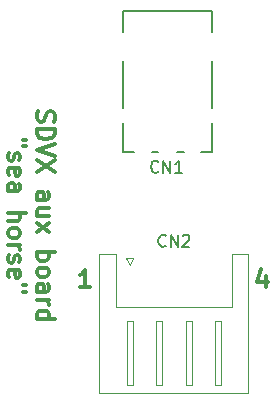
<source format=gbr>
%TF.GenerationSoftware,KiCad,Pcbnew,(6.0.8)*%
%TF.CreationDate,2023-02-07T20:12:27+01:00*%
%TF.ProjectId,SDVX-aux-board,53445658-2d61-4757-982d-626f6172642e,rev?*%
%TF.SameCoordinates,Original*%
%TF.FileFunction,Legend,Top*%
%TF.FilePolarity,Positive*%
%FSLAX46Y46*%
G04 Gerber Fmt 4.6, Leading zero omitted, Abs format (unit mm)*
G04 Created by KiCad (PCBNEW (6.0.8)) date 2023-02-07 20:12:27*
%MOMM*%
%LPD*%
G01*
G04 APERTURE LIST*
%ADD10C,0.300000*%
%ADD11C,0.150000*%
%ADD12C,0.200000*%
%ADD13C,0.120000*%
G04 APERTURE END LIST*
D10*
X127928571Y-87278571D02*
X127071428Y-87278571D01*
X127500000Y-87278571D02*
X127500000Y-85778571D01*
X127357142Y-85992857D01*
X127214285Y-86135714D01*
X127071428Y-86207142D01*
X142785714Y-86278571D02*
X142785714Y-87278571D01*
X142428571Y-85707142D02*
X142071428Y-86778571D01*
X143000000Y-86778571D01*
X123500357Y-72378571D02*
X123428928Y-72592857D01*
X123428928Y-72949999D01*
X123500357Y-73092857D01*
X123571785Y-73164285D01*
X123714642Y-73235714D01*
X123857500Y-73235714D01*
X124000357Y-73164285D01*
X124071785Y-73092857D01*
X124143214Y-72949999D01*
X124214642Y-72664285D01*
X124286071Y-72521428D01*
X124357500Y-72449999D01*
X124500357Y-72378571D01*
X124643214Y-72378571D01*
X124786071Y-72449999D01*
X124857500Y-72521428D01*
X124928928Y-72664285D01*
X124928928Y-73021428D01*
X124857500Y-73235714D01*
X123428928Y-73878571D02*
X124928928Y-73878571D01*
X124928928Y-74235714D01*
X124857500Y-74449999D01*
X124714642Y-74592857D01*
X124571785Y-74664285D01*
X124286071Y-74735714D01*
X124071785Y-74735714D01*
X123786071Y-74664285D01*
X123643214Y-74592857D01*
X123500357Y-74449999D01*
X123428928Y-74235714D01*
X123428928Y-73878571D01*
X124928928Y-75164285D02*
X123428928Y-75664285D01*
X124928928Y-76164285D01*
X124928928Y-76521428D02*
X123428928Y-77521428D01*
X124928928Y-77521428D02*
X123428928Y-76521428D01*
X123428928Y-79878571D02*
X124214642Y-79878571D01*
X124357500Y-79807142D01*
X124428928Y-79664285D01*
X124428928Y-79378571D01*
X124357500Y-79235714D01*
X123500357Y-79878571D02*
X123428928Y-79735714D01*
X123428928Y-79378571D01*
X123500357Y-79235714D01*
X123643214Y-79164285D01*
X123786071Y-79164285D01*
X123928928Y-79235714D01*
X124000357Y-79378571D01*
X124000357Y-79735714D01*
X124071785Y-79878571D01*
X124428928Y-81235714D02*
X123428928Y-81235714D01*
X124428928Y-80592857D02*
X123643214Y-80592857D01*
X123500357Y-80664285D01*
X123428928Y-80807142D01*
X123428928Y-81021428D01*
X123500357Y-81164285D01*
X123571785Y-81235714D01*
X123428928Y-81807142D02*
X124428928Y-82592857D01*
X124428928Y-81807142D02*
X123428928Y-82592857D01*
X123428928Y-84307142D02*
X124928928Y-84307142D01*
X124357500Y-84307142D02*
X124428928Y-84449999D01*
X124428928Y-84735714D01*
X124357500Y-84878571D01*
X124286071Y-84949999D01*
X124143214Y-85021428D01*
X123714642Y-85021428D01*
X123571785Y-84949999D01*
X123500357Y-84878571D01*
X123428928Y-84735714D01*
X123428928Y-84449999D01*
X123500357Y-84307142D01*
X123428928Y-85878571D02*
X123500357Y-85735714D01*
X123571785Y-85664285D01*
X123714642Y-85592857D01*
X124143214Y-85592857D01*
X124286071Y-85664285D01*
X124357500Y-85735714D01*
X124428928Y-85878571D01*
X124428928Y-86092857D01*
X124357500Y-86235714D01*
X124286071Y-86307142D01*
X124143214Y-86378571D01*
X123714642Y-86378571D01*
X123571785Y-86307142D01*
X123500357Y-86235714D01*
X123428928Y-86092857D01*
X123428928Y-85878571D01*
X123428928Y-87664285D02*
X124214642Y-87664285D01*
X124357500Y-87592857D01*
X124428928Y-87449999D01*
X124428928Y-87164285D01*
X124357500Y-87021428D01*
X123500357Y-87664285D02*
X123428928Y-87521428D01*
X123428928Y-87164285D01*
X123500357Y-87021428D01*
X123643214Y-86949999D01*
X123786071Y-86949999D01*
X123928928Y-87021428D01*
X124000357Y-87164285D01*
X124000357Y-87521428D01*
X124071785Y-87664285D01*
X123428928Y-88378571D02*
X124428928Y-88378571D01*
X124143214Y-88378571D02*
X124286071Y-88449999D01*
X124357500Y-88521428D01*
X124428928Y-88664285D01*
X124428928Y-88807142D01*
X123428928Y-89949999D02*
X124928928Y-89949999D01*
X123500357Y-89949999D02*
X123428928Y-89807142D01*
X123428928Y-89521428D01*
X123500357Y-89378571D01*
X123571785Y-89307142D01*
X123714642Y-89235714D01*
X124143214Y-89235714D01*
X124286071Y-89307142D01*
X124357500Y-89378571D01*
X124428928Y-89521428D01*
X124428928Y-89807142D01*
X124357500Y-89949999D01*
X122513928Y-74771428D02*
X122228214Y-74771428D01*
X122513928Y-75342857D02*
X122228214Y-75342857D01*
X121085357Y-75914285D02*
X121013928Y-76057142D01*
X121013928Y-76342857D01*
X121085357Y-76485714D01*
X121228214Y-76557142D01*
X121299642Y-76557142D01*
X121442500Y-76485714D01*
X121513928Y-76342857D01*
X121513928Y-76128571D01*
X121585357Y-75985714D01*
X121728214Y-75914285D01*
X121799642Y-75914285D01*
X121942500Y-75985714D01*
X122013928Y-76128571D01*
X122013928Y-76342857D01*
X121942500Y-76485714D01*
X121085357Y-77771428D02*
X121013928Y-77628571D01*
X121013928Y-77342857D01*
X121085357Y-77200000D01*
X121228214Y-77128571D01*
X121799642Y-77128571D01*
X121942500Y-77200000D01*
X122013928Y-77342857D01*
X122013928Y-77628571D01*
X121942500Y-77771428D01*
X121799642Y-77842857D01*
X121656785Y-77842857D01*
X121513928Y-77128571D01*
X121013928Y-79128571D02*
X121799642Y-79128571D01*
X121942500Y-79057142D01*
X122013928Y-78914285D01*
X122013928Y-78628571D01*
X121942500Y-78485714D01*
X121085357Y-79128571D02*
X121013928Y-78985714D01*
X121013928Y-78628571D01*
X121085357Y-78485714D01*
X121228214Y-78414285D01*
X121371071Y-78414285D01*
X121513928Y-78485714D01*
X121585357Y-78628571D01*
X121585357Y-78985714D01*
X121656785Y-79128571D01*
X121013928Y-80985714D02*
X122513928Y-80985714D01*
X121013928Y-81628571D02*
X121799642Y-81628571D01*
X121942500Y-81557142D01*
X122013928Y-81414285D01*
X122013928Y-81200000D01*
X121942500Y-81057142D01*
X121871071Y-80985714D01*
X121013928Y-82557142D02*
X121085357Y-82414285D01*
X121156785Y-82342857D01*
X121299642Y-82271428D01*
X121728214Y-82271428D01*
X121871071Y-82342857D01*
X121942500Y-82414285D01*
X122013928Y-82557142D01*
X122013928Y-82771428D01*
X121942500Y-82914285D01*
X121871071Y-82985714D01*
X121728214Y-83057142D01*
X121299642Y-83057142D01*
X121156785Y-82985714D01*
X121085357Y-82914285D01*
X121013928Y-82771428D01*
X121013928Y-82557142D01*
X121013928Y-83700000D02*
X122013928Y-83700000D01*
X121728214Y-83700000D02*
X121871071Y-83771428D01*
X121942500Y-83842857D01*
X122013928Y-83985714D01*
X122013928Y-84128571D01*
X121085357Y-84557142D02*
X121013928Y-84700000D01*
X121013928Y-84985714D01*
X121085357Y-85128571D01*
X121228214Y-85200000D01*
X121299642Y-85200000D01*
X121442500Y-85128571D01*
X121513928Y-84985714D01*
X121513928Y-84771428D01*
X121585357Y-84628571D01*
X121728214Y-84557142D01*
X121799642Y-84557142D01*
X121942500Y-84628571D01*
X122013928Y-84771428D01*
X122013928Y-84985714D01*
X121942500Y-85128571D01*
X121085357Y-86414285D02*
X121013928Y-86271428D01*
X121013928Y-85985714D01*
X121085357Y-85842857D01*
X121228214Y-85771428D01*
X121799642Y-85771428D01*
X121942500Y-85842857D01*
X122013928Y-85985714D01*
X122013928Y-86271428D01*
X121942500Y-86414285D01*
X121799642Y-86485714D01*
X121656785Y-86485714D01*
X121513928Y-85771428D01*
X122513928Y-87057142D02*
X122228214Y-87057142D01*
X122513928Y-87628571D02*
X122228214Y-87628571D01*
D11*
%TO.C,CN1*%
X133709523Y-77457142D02*
X133661904Y-77504761D01*
X133519047Y-77552380D01*
X133423809Y-77552380D01*
X133280952Y-77504761D01*
X133185714Y-77409523D01*
X133138095Y-77314285D01*
X133090476Y-77123809D01*
X133090476Y-76980952D01*
X133138095Y-76790476D01*
X133185714Y-76695238D01*
X133280952Y-76600000D01*
X133423809Y-76552380D01*
X133519047Y-76552380D01*
X133661904Y-76600000D01*
X133709523Y-76647619D01*
X134138095Y-77552380D02*
X134138095Y-76552380D01*
X134709523Y-77552380D01*
X134709523Y-76552380D01*
X135709523Y-77552380D02*
X135138095Y-77552380D01*
X135423809Y-77552380D02*
X135423809Y-76552380D01*
X135328571Y-76695238D01*
X135233333Y-76790476D01*
X135138095Y-76838095D01*
%TO.C,CN2*%
X134335523Y-83739142D02*
X134287904Y-83786761D01*
X134145047Y-83834380D01*
X134049809Y-83834380D01*
X133906952Y-83786761D01*
X133811714Y-83691523D01*
X133764095Y-83596285D01*
X133716476Y-83405809D01*
X133716476Y-83262952D01*
X133764095Y-83072476D01*
X133811714Y-82977238D01*
X133906952Y-82882000D01*
X134049809Y-82834380D01*
X134145047Y-82834380D01*
X134287904Y-82882000D01*
X134335523Y-82929619D01*
X134764095Y-83834380D02*
X134764095Y-82834380D01*
X135335523Y-83834380D01*
X135335523Y-82834380D01*
X135764095Y-82929619D02*
X135811714Y-82882000D01*
X135906952Y-82834380D01*
X136145047Y-82834380D01*
X136240285Y-82882000D01*
X136287904Y-82929619D01*
X136335523Y-83024857D01*
X136335523Y-83120095D01*
X136287904Y-83262952D01*
X135716476Y-83834380D01*
X136335523Y-83834380D01*
D12*
%TO.C,CN1*%
X137340000Y-75850000D02*
X138250000Y-75850000D01*
X138250000Y-73331200D02*
X138250000Y-75850000D01*
X131660000Y-75850000D02*
X130750000Y-75850000D01*
X138250000Y-63850000D02*
X130750000Y-63850000D01*
X135293000Y-75850000D02*
X135860000Y-75850000D01*
X130750000Y-63850000D02*
X130750000Y-65633000D01*
X138250000Y-68067000D02*
X138250000Y-72088000D01*
X130750000Y-73331200D02*
X130750000Y-75850000D01*
X138250000Y-63850000D02*
X138250000Y-65633000D01*
X133707000Y-75850000D02*
X133140000Y-75850000D01*
X130750000Y-68067000D02*
X130750000Y-72088000D01*
D13*
%TO.C,CN2*%
X136526000Y-90082000D02*
X136026000Y-90082000D01*
X131526000Y-90082000D02*
X131026000Y-90082000D01*
X136026000Y-90082000D02*
X136026000Y-95582000D01*
X130976000Y-84782000D02*
X131576000Y-84782000D01*
X135026000Y-96192000D02*
X128716000Y-96192000D01*
X139026000Y-90082000D02*
X138526000Y-90082000D01*
X131576000Y-84782000D02*
X131276000Y-85382000D01*
X130136000Y-84472000D02*
X130136000Y-88972000D01*
X134026000Y-90082000D02*
X133526000Y-90082000D01*
X139916000Y-88972000D02*
X135026000Y-88972000D01*
X141336000Y-84472000D02*
X139916000Y-84472000D01*
X131026000Y-95582000D02*
X131526000Y-95582000D01*
X139916000Y-84472000D02*
X139916000Y-88972000D01*
X134026000Y-95582000D02*
X134026000Y-90082000D01*
X131276000Y-85382000D02*
X130976000Y-84782000D01*
X138526000Y-95582000D02*
X139026000Y-95582000D01*
X133526000Y-95582000D02*
X134026000Y-95582000D01*
X135026000Y-96192000D02*
X141336000Y-96192000D01*
X131026000Y-90082000D02*
X131026000Y-95582000D01*
X131526000Y-95582000D02*
X131526000Y-90082000D01*
X128716000Y-84472000D02*
X130136000Y-84472000D01*
X141336000Y-96192000D02*
X141336000Y-84472000D01*
X133526000Y-90082000D02*
X133526000Y-95582000D01*
X139026000Y-95582000D02*
X139026000Y-90082000D01*
X128716000Y-96192000D02*
X128716000Y-84472000D01*
X130136000Y-88972000D02*
X135026000Y-88972000D01*
X138526000Y-90082000D02*
X138526000Y-95582000D01*
X136026000Y-95582000D02*
X136526000Y-95582000D01*
X136526000Y-95582000D02*
X136526000Y-90082000D01*
%TD*%
M02*

</source>
